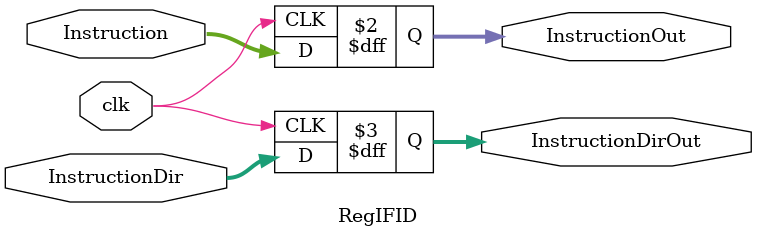
<source format=sv>
module RegIFID(
input  logic clk,
input  logic [31:0] Instruction,
input  logic [6:0]  InstructionDir,
output logic [31:0] InstructionOut,
output logic [6:0]  InstructionDirOut
);

always @(negedge clk)
begin
	InstructionOut = Instruction;
	InstructionDirOut = InstructionDir;
end

endmodule 
</source>
